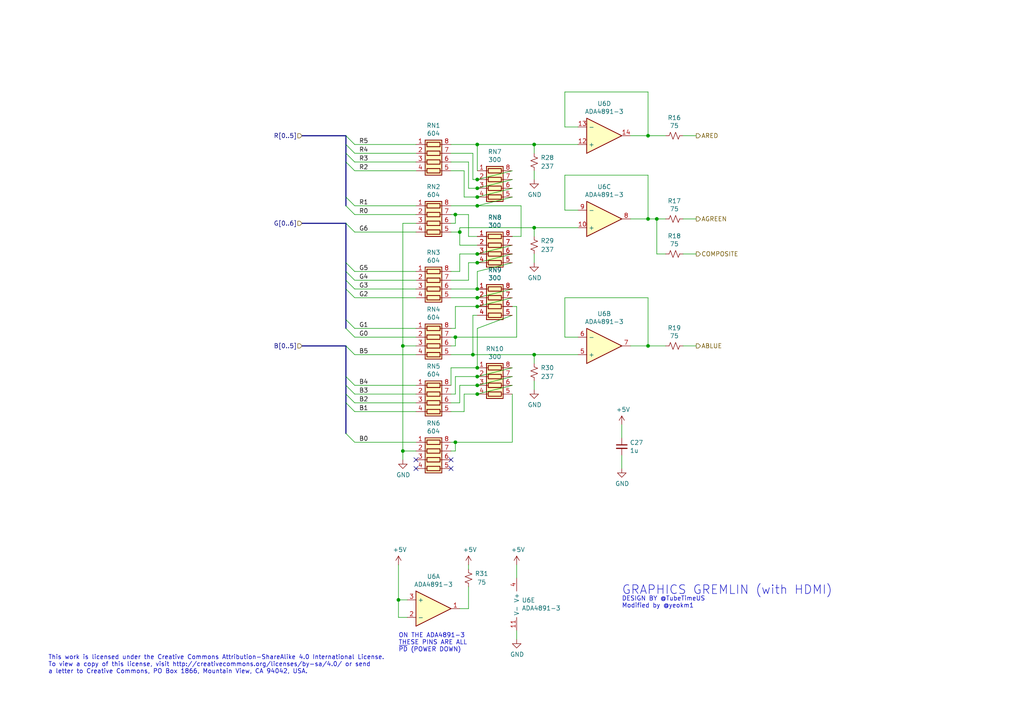
<source format=kicad_sch>
(kicad_sch (version 20230121) (generator eeschema)
  (paper "A4")
  (title_block (title "Resistor Ladder DAC and Output Buffer") (date "2024-01-04") (rev "2.4"))
  (lib_symbols
    (symbol "Device:C_Small" (pin_numbers hide) (pin_names (offset 0.254) hide)
      (property "Reference" "C" (at 0.254 1.778 0))
      (property "Value" "C_Small" (at 0.254 -2.032 0))
      (symbol "C_Small_0_1"
        (polyline (pts (xy -1.524 -0.508) (xy 1.524 -0.508)) (stroke (width 0.3302)))
        (polyline (pts (xy -1.524 0.508) (xy 1.524 0.508)) (stroke (width 0.3048)))
      )
      (symbol "C_Small_1_1"
        (pin passive line (at 0 2.54 270) (length 2.032) (name "~") (number "1"))
        (pin passive line (at 0 -2.54 90) (length 2.032) (name "~") (number "2"))
      )
    )
    (symbol "Device:R_Pack04" (pin_names (offset 0) hide)
      (property "Reference" "RN" (at -7.62 0 90))
      (property "Value" "R_Pack04" (at 5.08 0 90))
      (symbol "R_Pack04_0_1"
        (rectangle (start -6.35 -2.413) (end 3.81 2.413) (stroke (width 0.254)) (fill (type background)))
        (rectangle (start -5.715 1.905) (end -4.445 -1.905) (stroke (width 0.254)))
        (rectangle (start -3.175 1.905) (end -1.905 -1.905) (stroke (width 0.254)))
        (rectangle (start -0.635 1.905) (end 0.635 -1.905) (stroke (width 0.254)))
        (polyline (pts (xy -5.08 -2.54) (xy -5.08 -1.905)))
        (polyline (pts (xy -5.08 1.905) (xy -5.08 2.54)))
        (polyline (pts (xy -2.54 -2.54) (xy -2.54 -1.905)))
        (polyline (pts (xy -2.54 1.905) (xy -2.54 2.54)))
        (polyline (pts (xy 0 -2.54) (xy 0 -1.905)))
        (polyline (pts (xy 0 1.905) (xy 0 2.54)))
        (polyline (pts (xy 2.54 -2.54) (xy 2.54 -1.905)))
        (polyline (pts (xy 2.54 1.905) (xy 2.54 2.54)))
        (rectangle (start 1.905 1.905) (end 3.175 -1.905) (stroke (width 0.254)))
      )
      (symbol "R_Pack04_1_1"
        (pin passive line (at -5.08 -5.08 90) (length 2.54) (name "R1.1") (number "1"))
        (pin passive line (at -2.54 -5.08 90) (length 2.54) (name "R2.1") (number "2"))
        (pin passive line (at 0 -5.08 90) (length 2.54) (name "R3.1") (number "3"))
        (pin passive line (at 2.54 -5.08 90) (length 2.54) (name "R4.1") (number "4"))
        (pin passive line (at 2.54 5.08 270) (length 2.54) (name "R4.2") (number "5"))
        (pin passive line (at 0 5.08 270) (length 2.54) (name "R3.2") (number "6"))
        (pin passive line (at -2.54 5.08 270) (length 2.54) (name "R2.2") (number "7"))
        (pin passive line (at -5.08 5.08 270) (length 2.54) (name "R1.2") (number "8"))
      )
    )
    (symbol "Device:R_Small_US" (pin_numbers hide) (pin_names (offset 0.254) hide)
      (property "Reference" "R" (at 0.762 0.508 0))
      (property "Value" "R_Small_US" (at 0.762 -1.016 0))
      (symbol "R_Small_US_1_1"
        (polyline (pts (xy 0 0) (xy 1.016 -0.381) (xy 0 -0.762) (xy -1.016 -1.143) (xy 0 -1.524)))
        (polyline (pts (xy 0 1.524) (xy 1.016 1.143) (xy 0 0.762) (xy -1.016 0.381) (xy 0 0)))
        (pin passive line (at 0 2.54 270) (length 1.016) (name "~") (number "1"))
        (pin passive line (at 0 -2.54 90) (length 1.016) (name "~") (number "2"))
      )
    )
    (symbol "isavideo-rescue:Opamp_Quad_Generic-Device"
      (property "Reference" "U" (at 0 5.08 0))
      (property "Value" "Device_Opamp_Quad_Generic" (at 0 -5.08 0))
      (symbol "Opamp_Quad_Generic-Device_1_1"
        (polyline (pts (xy -5.08 5.08) (xy 5.08 0) (xy -5.08 -5.08) (xy -5.08 5.08)) (stroke (width 0.254)) (fill (type background)))
        (pin output line (at 7.62 0 180) (length 2.54) (name "~") (number "1"))
        (pin input line (at -7.62 -2.54 0) (length 2.54) (name "-") (number "2"))
        (pin input line (at -7.62 2.54 0) (length 2.54) (name "+") (number "3"))
      )
      (symbol "Opamp_Quad_Generic-Device_2_1"
        (polyline (pts (xy -5.08 5.08) (xy 5.08 0) (xy -5.08 -5.08) (xy -5.08 5.08)) (stroke (width 0.254)) (fill (type background)))
        (pin input line (at -7.62 2.54 0) (length 2.54) (name "+") (number "5"))
        (pin input line (at -7.62 -2.54 0) (length 2.54) (name "-") (number "6"))
        (pin output line (at 7.62 0 180) (length 2.54) (name "~") (number "7"))
      )
      (symbol "Opamp_Quad_Generic-Device_3_1"
        (polyline (pts (xy -5.08 5.08) (xy 5.08 0) (xy -5.08 -5.08) (xy -5.08 5.08)) (stroke (width 0.254)) (fill (type background)))
        (pin input line (at -7.62 2.54 0) (length 2.54) (name "+") (number "10"))
        (pin output line (at 7.62 0 180) (length 2.54) (name "~") (number "8"))
        (pin input line (at -7.62 -2.54 0) (length 2.54) (name "-") (number "9"))
      )
      (symbol "Opamp_Quad_Generic-Device_4_1"
        (polyline (pts (xy -5.08 5.08) (xy 5.08 0) (xy -5.08 -5.08) (xy -5.08 5.08)) (stroke (width 0.254)) (fill (type background)))
        (pin input line (at -7.62 2.54 0) (length 2.54) (name "+") (number "12"))
        (pin input line (at -7.62 -2.54 0) (length 2.54) (name "-") (number "13"))
        (pin output line (at 7.62 0 180) (length 2.54) (name "~") (number "14"))
      )
      (symbol "Opamp_Quad_Generic-Device_5_1"
        (pin power_in line (at -2.54 -7.62 90) (length 3.81) (name "V-") (number "11"))
        (pin power_in line (at -2.54 7.62 270) (length 3.81) (name "V+") (number "4"))
      )
    )
    (symbol "power:+5V" (power) (pin_names (offset 0))
      (property "Value" "+5V" (at 0 3.556 0))
      (symbol "+5V_0_1"
        (polyline (pts (xy -0.762 1.27) (xy 0 2.54)))
        (polyline (pts (xy 0 0) (xy 0 2.54)))
        (polyline (pts (xy 0 2.54) (xy 0.762 1.27)))
      )
      (symbol "+5V_1_1"
        (pin power_in line (at 0 0 90) (length 0) hide (name "+5V") (number "1"))
      )
    )
    (symbol "power:GND" (power) (pin_names (offset 0))
      (property "Value" "GND" (at 0 -3.81 0))
      (symbol "GND_0_1"
        (polyline (pts (xy 0 0) (xy 0 -1.27) (xy 1.27 -1.27) (xy 0 -2.54) (xy -1.27 -1.27) (xy 0 -1.27)))
      )
      (symbol "GND_1_1"
        (pin power_in line (at 0 0 270) (length 0) hide (name "GND") (number "1"))
      )
    )
  )
  (junction (at 116.84 130.81))
  (junction (at 187.96 63.5))
  (junction (at 138.43 114.3))
  (junction (at 138.43 86.36))
  (junction (at 138.43 109.22))
  (junction (at 138.43 73.66))
  (junction (at 138.43 76.2))
  (junction (at 138.43 111.76))
  (junction (at 190.5 63.5))
  (junction (at 137.16 102.87))
  (junction (at 138.43 59.69))
  (junction (at 187.96 39.37))
  (junction (at 154.94 41.91))
  (junction (at 132.08 97.79))
  (junction (at 154.94 66.04))
  (junction (at 138.43 52.07))
  (junction (at 138.43 88.9))
  (junction (at 154.94 102.87))
  (junction (at 187.96 100.33))
  (junction (at 138.43 106.68))
  (junction (at 133.35 67.31))
  (junction (at 138.43 57.15))
  (junction (at 132.08 62.23))
  (junction (at 132.08 128.27))
  (junction (at 138.43 54.61))
  (junction (at 116.84 100.33))
  (junction (at 138.43 83.82))
  (junction (at 138.43 41.91))
  (junction (at 115.57 173.99))
  (no_connect (at 130.81 135.89))
  (no_connect (at 130.81 133.35))
  (no_connect (at 120.65 135.89))
  (no_connect (at 120.65 133.35))
  (bus_entry (at 100.33 59.69) (size 2.54 2.54))
  (bus_entry (at 100.33 44.45) (size 2.54 2.54))
  (bus_entry (at 100.33 41.91) (size 2.54 2.54))
  (bus_entry (at 100.33 125.73) (size 2.54 2.54))
  (bus_entry (at 100.33 64.77) (size 2.54 2.54))
  (bus_entry (at 100.33 81.28) (size 2.54 2.54))
  (bus_entry (at 100.33 76.2) (size 2.54 2.54))
  (bus_entry (at 100.33 116.84) (size 2.54 2.54))
  (bus_entry (at 100.33 83.82) (size 2.54 2.54))
  (bus_entry (at 100.33 78.74) (size 2.54 2.54))
  (bus_entry (at 100.33 57.15) (size 2.54 2.54))
  (bus_entry (at 100.33 39.37) (size 2.54 2.54))
  (bus_entry (at 100.33 100.33) (size 2.54 2.54))
  (bus_entry (at 100.33 114.3) (size 2.54 2.54))
  (bus_entry (at 100.33 111.76) (size 2.54 2.54))
  (bus_entry (at 100.33 46.99) (size 2.54 2.54))
  (bus_entry (at 100.33 109.22) (size 2.54 2.54))
  (bus_entry (at 100.33 95.25) (size 2.54 2.54))
  (bus_entry (at 100.33 92.71) (size 2.54 2.54))
  (wire (pts (xy 120.65 64.77) (xy 116.84 64.77)))
  (wire (pts (xy 138.43 78.74) (xy 138.43 83.82)))
  (bus (pts (xy 100.33 116.84) (xy 100.33 125.73)))
  (wire (pts (xy 137.16 102.87) (xy 154.94 102.87)))
  (bus (pts (xy 100.33 39.37) (xy 87.63 39.37)))
  (wire (pts (xy 120.65 128.27) (xy 102.87 128.27)))
  (wire (pts (xy 130.81 62.23) (xy 132.08 62.23)))
  (bus (pts (xy 100.33 114.3) (xy 100.33 116.84)))
  (wire (pts (xy 187.96 50.8) (xy 187.96 63.5)))
  (wire (pts (xy 149.86 182.88) (xy 149.86 185.42)))
  (bus (pts (xy 100.33 76.2) (xy 100.33 78.74)))
  (wire (pts (xy 187.96 100.33) (xy 182.88 100.33)))
  (wire (pts (xy 163.83 97.79) (xy 163.83 86.36)))
  (wire (pts (xy 135.89 76.2) (xy 135.89 81.28)))
  (wire (pts (xy 120.65 97.79) (xy 102.87 97.79)))
  (bus (pts (xy 100.33 81.28) (xy 100.33 83.82)))
  (wire (pts (xy 148.59 109.22) (xy 138.43 111.76)))
  (wire (pts (xy 138.43 52.07) (xy 148.59 49.53)))
  (wire (pts (xy 154.94 66.04) (xy 167.64 66.04)))
  (wire (pts (xy 138.43 114.3) (xy 134.62 114.3)))
  (wire (pts (xy 148.59 83.82) (xy 138.43 86.36)))
  (wire (pts (xy 134.62 114.3) (xy 134.62 119.38)))
  (wire (pts (xy 138.43 106.68) (xy 130.81 106.68)))
  (wire (pts (xy 130.81 59.69) (xy 138.43 59.69)))
  (wire (pts (xy 138.43 59.69) (xy 151.13 59.69)))
  (wire (pts (xy 137.16 52.07) (xy 137.16 44.45)))
  (bus (pts (xy 100.33 83.82) (xy 100.33 92.71)))
  (wire (pts (xy 190.5 73.66) (xy 193.04 73.66)))
  (wire (pts (xy 148.59 106.68) (xy 138.43 109.22)))
  (wire (pts (xy 120.65 83.82) (xy 102.87 83.82)))
  (wire (pts (xy 167.64 97.79) (xy 163.83 97.79)))
  (wire (pts (xy 154.94 44.45) (xy 154.94 41.91)))
  (wire (pts (xy 132.08 97.79) (xy 149.86 97.79)))
  (bus (pts (xy 100.33 57.15) (xy 100.33 59.69)))
  (wire (pts (xy 148.59 128.27) (xy 132.08 128.27)))
  (wire (pts (xy 151.13 68.58) (xy 148.59 68.58)))
  (wire (pts (xy 149.86 88.9) (xy 148.59 88.9)))
  (wire (pts (xy 148.59 54.61) (xy 138.43 57.15)))
  (wire (pts (xy 132.08 114.3) (xy 132.08 109.22)))
  (wire (pts (xy 135.89 62.23) (xy 135.89 68.58)))
  (wire (pts (xy 118.11 173.99) (xy 115.57 173.99)))
  (wire (pts (xy 154.94 52.07) (xy 154.94 49.53)))
  (wire (pts (xy 130.81 102.87) (xy 137.16 102.87)))
  (wire (pts (xy 187.96 86.36) (xy 187.96 100.33)))
  (wire (pts (xy 120.65 95.25) (xy 102.87 95.25)))
  (bus (pts (xy 100.33 39.37) (xy 100.33 41.91)))
  (wire (pts (xy 180.34 123.19) (xy 180.34 127)))
  (wire (pts (xy 132.08 64.77) (xy 132.08 62.23)))
  (wire (pts (xy 133.35 78.74) (xy 133.35 73.66)))
  (wire (pts (xy 135.89 68.58) (xy 138.43 68.58)))
  (wire (pts (xy 120.65 41.91) (xy 102.87 41.91)))
  (wire (pts (xy 116.84 130.81) (xy 116.84 133.35)))
  (wire (pts (xy 130.81 41.91) (xy 138.43 41.91)))
  (wire (pts (xy 187.96 39.37) (xy 182.88 39.37)))
  (wire (pts (xy 148.59 76.2) (xy 138.43 78.74)))
  (wire (pts (xy 163.83 50.8) (xy 187.96 50.8)))
  (wire (pts (xy 134.62 49.53) (xy 130.81 49.53)))
  (wire (pts (xy 133.35 66.04) (xy 154.94 66.04)))
  (bus (pts (xy 100.33 64.77) (xy 100.33 76.2)))
  (wire (pts (xy 148.59 57.15) (xy 138.43 59.69)))
  (wire (pts (xy 120.65 116.84) (xy 102.87 116.84)))
  (wire (pts (xy 149.86 97.79) (xy 149.86 88.9)))
  (wire (pts (xy 163.83 86.36) (xy 187.96 86.36)))
  (wire (pts (xy 135.89 170.18) (xy 135.89 176.53)))
  (wire (pts (xy 148.59 71.12) (xy 138.43 73.66)))
  (wire (pts (xy 133.35 116.84) (xy 130.81 116.84)))
  (wire (pts (xy 132.08 128.27) (xy 132.08 130.81)))
  (wire (pts (xy 138.43 111.76) (xy 133.35 111.76)))
  (wire (pts (xy 154.94 76.2) (xy 154.94 73.66)))
  (wire (pts (xy 135.89 54.61) (xy 138.43 54.61)))
  (wire (pts (xy 193.04 63.5) (xy 190.5 63.5)))
  (wire (pts (xy 151.13 59.69) (xy 151.13 68.58)))
  (wire (pts (xy 130.81 64.77) (xy 132.08 64.77)))
  (wire (pts (xy 198.12 73.66) (xy 201.93 73.66)))
  (wire (pts (xy 167.64 60.96) (xy 163.83 60.96)))
  (wire (pts (xy 102.87 114.3) (xy 120.65 114.3)))
  (wire (pts (xy 167.64 36.83) (xy 163.83 36.83)))
  (wire (pts (xy 135.89 81.28) (xy 130.81 81.28)))
  (wire (pts (xy 130.81 106.68) (xy 130.81 111.76)))
  (wire (pts (xy 132.08 109.22) (xy 138.43 109.22)))
  (wire (pts (xy 163.83 60.96) (xy 163.83 50.8)))
  (wire (pts (xy 154.94 105.41) (xy 154.94 102.87)))
  (wire (pts (xy 138.43 52.07) (xy 137.16 52.07)))
  (wire (pts (xy 130.81 86.36) (xy 138.43 86.36)))
  (wire (pts (xy 133.35 67.31) (xy 133.35 66.04)))
  (wire (pts (xy 134.62 57.15) (xy 134.62 49.53)))
  (bus (pts (xy 100.33 111.76) (xy 100.33 114.3)))
  (wire (pts (xy 201.93 100.33) (xy 198.12 100.33)))
  (wire (pts (xy 154.94 102.87) (xy 167.64 102.87)))
  (wire (pts (xy 134.62 57.15) (xy 138.43 57.15)))
  (wire (pts (xy 135.89 165.1) (xy 135.89 163.83)))
  (wire (pts (xy 148.59 86.36) (xy 138.43 88.9)))
  (wire (pts (xy 120.65 102.87) (xy 102.87 102.87)))
  (wire (pts (xy 130.81 83.82) (xy 138.43 83.82)))
  (wire (pts (xy 102.87 49.53) (xy 120.65 49.53)))
  (wire (pts (xy 102.87 86.36) (xy 120.65 86.36)))
  (bus (pts (xy 100.33 64.77) (xy 87.63 64.77)))
  (wire (pts (xy 120.65 78.74) (xy 102.87 78.74)))
  (wire (pts (xy 135.89 46.99) (xy 130.81 46.99)))
  (wire (pts (xy 135.89 176.53) (xy 133.35 176.53)))
  (wire (pts (xy 149.86 163.83) (xy 149.86 167.64)))
  (wire (pts (xy 138.43 41.91) (xy 154.94 41.91)))
  (wire (pts (xy 133.35 73.66) (xy 138.43 73.66)))
  (wire (pts (xy 115.57 173.99) (xy 115.57 163.83)))
  (wire (pts (xy 130.81 78.74) (xy 133.35 78.74)))
  (wire (pts (xy 130.81 67.31) (xy 133.35 67.31)))
  (wire (pts (xy 133.35 111.76) (xy 133.35 116.84)))
  (wire (pts (xy 132.08 62.23) (xy 135.89 62.23)))
  (wire (pts (xy 116.84 64.77) (xy 116.84 100.33)))
  (wire (pts (xy 187.96 63.5) (xy 182.88 63.5)))
  (bus (pts (xy 100.33 44.45) (xy 100.33 46.99)))
  (wire (pts (xy 138.43 76.2) (xy 135.89 76.2)))
  (wire (pts (xy 133.35 71.12) (xy 138.43 71.12)))
  (wire (pts (xy 120.65 100.33) (xy 116.84 100.33)))
  (wire (pts (xy 187.96 26.67) (xy 187.96 39.37)))
  (bus (pts (xy 100.33 100.33) (xy 100.33 109.22)))
  (bus (pts (xy 100.33 46.99) (xy 100.33 57.15)))
  (wire (pts (xy 137.16 102.87) (xy 137.16 91.44)))
  (wire (pts (xy 132.08 130.81) (xy 130.81 130.81)))
  (wire (pts (xy 134.62 119.38) (xy 130.81 119.38)))
  (wire (pts (xy 148.59 111.76) (xy 138.43 114.3)))
  (wire (pts (xy 201.93 39.37) (xy 198.12 39.37)))
  (wire (pts (xy 120.65 59.69) (xy 102.87 59.69)))
  (bus (pts (xy 100.33 92.71) (xy 100.33 95.25)))
  (wire (pts (xy 198.12 63.5) (xy 201.93 63.5)))
  (wire (pts (xy 138.43 54.61) (xy 148.59 52.07)))
  (wire (pts (xy 148.59 91.44) (xy 138.43 95.25)))
  (wire (pts (xy 138.43 88.9) (xy 132.08 88.9)))
  (wire (pts (xy 120.65 46.99) (xy 102.87 46.99)))
  (wire (pts (xy 102.87 44.45) (xy 120.65 44.45)))
  (wire (pts (xy 135.89 46.99) (xy 135.89 54.61)))
  (wire (pts (xy 130.81 44.45) (xy 137.16 44.45)))
  (wire (pts (xy 120.65 111.76) (xy 102.87 111.76)))
  (wire (pts (xy 132.08 128.27) (xy 130.81 128.27)))
  (wire (pts (xy 132.08 97.79) (xy 132.08 100.33)))
  (wire (pts (xy 130.81 95.25) (xy 132.08 95.25)))
  (bus (pts (xy 100.33 41.91) (xy 100.33 44.45)))
  (wire (pts (xy 148.59 73.66) (xy 138.43 76.2)))
  (wire (pts (xy 193.04 39.37) (xy 187.96 39.37)))
  (wire (pts (xy 118.11 179.07) (xy 115.57 179.07)))
  (bus (pts (xy 100.33 100.33) (xy 87.63 100.33)))
  (wire (pts (xy 102.87 81.28) (xy 120.65 81.28)))
  (wire (pts (xy 138.43 41.91) (xy 138.43 49.53)))
  (bus (pts (xy 100.33 109.22) (xy 100.33 111.76)))
  (wire (pts (xy 148.59 114.3) (xy 148.59 128.27)))
  (wire (pts (xy 137.16 91.44) (xy 138.43 91.44)))
  (wire (pts (xy 133.35 67.31) (xy 133.35 71.12)))
  (bus (pts (xy 100.33 78.74) (xy 100.33 81.28)))
  (wire (pts (xy 154.94 113.03) (xy 154.94 110.49)))
  (wire (pts (xy 193.04 100.33) (xy 187.96 100.33)))
  (wire (pts (xy 132.08 88.9) (xy 132.08 95.25)))
  (wire (pts (xy 115.57 173.99) (xy 115.57 179.07)))
  (wire (pts (xy 154.94 41.91) (xy 167.64 41.91)))
  (wire (pts (xy 154.94 68.58) (xy 154.94 66.04)))
  (wire (pts (xy 102.87 119.38) (xy 120.65 119.38)))
  (wire (pts (xy 130.81 97.79) (xy 132.08 97.79)))
  (wire (pts (xy 132.08 100.33) (xy 130.81 100.33)))
  (wire (pts (xy 120.65 67.31) (xy 102.87 67.31)))
  (wire (pts (xy 163.83 36.83) (xy 163.83 26.67)))
  (wire (pts (xy 190.5 63.5) (xy 190.5 73.66)))
  (wire (pts (xy 180.34 132.08) (xy 180.34 135.89)))
  (wire (pts (xy 138.43 95.25) (xy 138.43 106.68)))
  (wire (pts (xy 130.81 114.3) (xy 132.08 114.3)))
  (wire (pts (xy 116.84 100.33) (xy 116.84 130.81)))
  (wire (pts (xy 120.65 130.81) (xy 116.84 130.81)))
  (wire (pts (xy 102.87 62.23) (xy 120.65 62.23)))
  (wire (pts (xy 163.83 26.67) (xy 187.96 26.67)))
  (wire (pts (xy 190.5 63.5) (xy 187.96 63.5)))
  (text "GRAPHICS GREMLIN (with HDMI)" (at 180.34 172.72 0) (effects (font (size 2.54 2.54)) (justify left bottom)))
  (text "DESIGN BY @TubeTimeUS\nModified by @yeokm1" (at 180.34 176.53 0) (effects (font (size 1.27 1.27)) (justify left bottom)))
  (text "ON THE ADA4891-3\nTHESE PINS ARE ALL\n~{PD} (POWER DOWN)" (at 115.57 189.23 0) (effects (font (size 1.27 1.27)) (justify left bottom)))
  (text "This work is licensed under the Creative Commons Attribution-ShareAlike 4.0 International License. \nTo view a copy of this license, visit http://creativecommons.org/licenses/by-sa/4.0/ or send\na letter to Creative Commons, PO Box 1866, Mountain View, CA 94042, USA." (at 13.97 195.58 0) (effects (font (size 1.27 1.27)) (justify left bottom)))
  (label "G4" (at 104.14 81.28 0))
  (label "G5" (at 104.14 78.74 0))
  (label "R3" (at 104.14 46.99 0))
  (label "R1" (at 104.14 59.69 0))
  (label "R4" (at 104.14 44.45 0))
  (label "B2" (at 104.14 116.84 0))
  (label "B0" (at 104.14 128.27 0))
  (label "G0" (at 104.14 97.79 0))
  (label "G6" (at 104.14 67.31 0))
  (label "B1" (at 104.14 119.38 0))
  (label "G1" (at 104.14 95.25 0))
  (label "B3" (at 104.14 114.3 0))
  (label "B5" (at 104.14 102.87 0))
  (label "G3" (at 104.14 83.82 0))
  (label "R2" (at 104.14 49.53 0))
  (label "B4" (at 104.14 111.76 0))
  (label "G2" (at 104.14 86.36 0))
  (label "R5" (at 104.14 41.91 0))
  (label "R0" (at 104.14 62.23 0))
  (hierarchical_label "ARED" (shape output) (at 201.93 39.37 0))
  (hierarchical_label "ABLUE" (shape output) (at 201.93 100.33 0))
  (hierarchical_label "COMPOSITE" (shape output) (at 201.93 73.66 0))
  (hierarchical_label "R[0..5]" (shape input) (at 87.63 39.37 180))
  (hierarchical_label "G[0..6]" (shape input) (at 87.63 64.77 180))
  (hierarchical_label "AGREEN" (shape output) (at 201.93 63.5 0))
  (hierarchical_label "B[0..5]" (shape input) (at 87.63 100.33 180))
  (symbol (lib_id "isavideo-rescue:Opamp_Quad_Generic-Device") (at 125.73 176.53 0) (unit 1)
    (property "Reference" "U6" (at 125.73 167.2082 0))
    (property "Value" "ADA4891-3" (at 125.73 169.5196 0))
    (property "Footprint" "Active:SOP127P620X175-14" (effects hide))
    (property "Mouser" "584-ADA4891-3ARZ" (effects hide))
  )
  (symbol (lib_id "isavideo-rescue:Opamp_Quad_Generic-Device") (at 175.26 100.33 0) (mirror x) (unit 2)
    (property "Reference" "U6" (at 175.26 91.0082 0))
    (property "Value" "ADA4891-3" (at 175.26 93.3196 0))
    (property "Footprint" "Active:SOP127P620X175-14" (effects hide))
    (property "Mouser" "584-ADA4891-3ARZ" (effects hide))
  )
  (symbol (lib_id "isavideo-rescue:Opamp_Quad_Generic-Device") (at 175.26 63.5 0) (mirror x) (unit 3)
    (property "Reference" "U6" (at 175.26 54.1782 0))
    (property "Value" "ADA4891-3" (at 175.26 56.4896 0))
    (property "Footprint" "Active:SOP127P620X175-14" (effects hide))
    (property "Mouser" "584-ADA4891-3ARZ" (effects hide))
  )
  (symbol (lib_id "isavideo-rescue:Opamp_Quad_Generic-Device") (at 175.26 39.37 0) (mirror x) (unit 4)
    (property "Reference" "U6" (at 175.26 30.0482 0))
    (property "Value" "ADA4891-3" (at 175.26 32.3596 0))
    (property "Footprint" "Active:SOP127P620X175-14" (effects hide))
    (property "Mouser" "584-ADA4891-3ARZ" (effects hide))
  )
  (symbol (lib_id "isavideo-rescue:Opamp_Quad_Generic-Device") (at 152.4 175.26 0) (unit 5)
    (property "Reference" "U6" (at 151.3332 174.0916 0) (effects (justify left)))
    (property "Value" "ADA4891-3" (at 151.3332 176.403 0) (effects (justify left)))
    (property "Footprint" "Active:SOP127P620X175-14" (effects hide))
    (property "Mouser" "584-ADA4891-3ARZ" (effects hide))
  )
  (symbol (lib_id "Device:R_Pack04") (at 125.73 46.99 270) (unit 1)
    (property "Reference" "RN1" (at 125.73 36.3982 90))
    (property "Value" "604" (at 125.73 38.7096 90))
    (property "Footprint" "Passive:RESCAV80P320X160X70-8" (effects hide))
    (property "Mouser" "652-CAY16-6040F4LF" (effects hide))
  )
  (symbol (lib_id "power:GND") (at 149.86 185.42 0) (unit 1)
    (property "Reference" "#PWR041" (effects hide))
    (property "Value" "GND" (at 149.987 189.8142 0))
  )
  (symbol (lib_id "power:+5V") (at 149.86 163.83 0) (unit 1)
    (property "Reference" "#PWR040" (effects hide))
    (property "Value" "+5V" (at 150.241 159.4358 0))
  )
  (symbol (lib_id "Device:R_Pack04") (at 125.73 64.77 270) (unit 1)
    (property "Reference" "RN2" (at 125.73 54.1782 90))
    (property "Value" "604" (at 125.73 56.4896 90))
    (property "Footprint" "Passive:RESCAV80P320X160X70-8" (effects hide))
    (property "Mouser" "652-CAY16-6040F4LF" (effects hide))
  )
  (symbol (lib_id "Device:R_Pack04") (at 143.51 54.61 270) (unit 1)
    (property "Reference" "RN7" (at 143.51 44.0182 90))
    (property "Value" "300" (at 143.51 46.3296 90))
    (property "Footprint" "Passive:RESCAV80P320X160X70-8" (effects hide))
    (property "Mouser" "652-CAY16-3000F4LF" (effects hide))
  )
  (symbol (lib_id "Device:R_Pack04") (at 143.51 73.66 270) (unit 1)
    (property "Reference" "RN8" (at 143.51 63.0682 90))
    (property "Value" "300" (at 143.51 65.3796 90))
    (property "Footprint" "Passive:RESCAV80P320X160X70-8" (effects hide))
    (property "Mouser" "652-CAY16-3000F4LF" (effects hide))
  )
  (symbol (lib_id "power:GND") (at 116.84 133.35 0) (unit 1)
    (property "Reference" "#PWR038" (effects hide))
    (property "Value" "GND" (at 116.967 137.7442 0))
  )
  (symbol (lib_id "Device:R_Pack04") (at 143.51 88.9 270) (unit 1)
    (property "Reference" "RN9" (at 143.51 78.3082 90))
    (property "Value" "300" (at 143.51 80.6196 90))
    (property "Footprint" "Passive:RESCAV80P320X160X70-8" (effects hide))
    (property "Mouser" "652-CAY16-3000F4LF" (effects hide))
  )
  (symbol (lib_id "Device:R_Pack04") (at 125.73 83.82 270) (unit 1)
    (property "Reference" "RN3" (at 125.73 73.2282 90))
    (property "Value" "604" (at 125.73 75.5396 90))
    (property "Footprint" "Passive:RESCAV80P320X160X70-8" (effects hide))
    (property "Mouser" "652-CAY16-6040F4LF" (effects hide))
  )
  (symbol (lib_id "Device:R_Pack04") (at 125.73 100.33 270) (unit 1)
    (property "Reference" "RN4" (at 125.73 89.7382 90))
    (property "Value" "604" (at 125.73 92.0496 90))
    (property "Footprint" "Passive:RESCAV80P320X160X70-8" (effects hide))
    (property "Mouser" "652-CAY16-6040F4LF" (effects hide))
  )
  (symbol (lib_id "Device:R_Pack04") (at 143.51 111.76 270) (unit 1)
    (property "Reference" "RN10" (at 143.51 101.1682 90))
    (property "Value" "300" (at 143.51 103.4796 90))
    (property "Footprint" "Passive:RESCAV80P320X160X70-8" (effects hide))
    (property "Mouser" "652-CAY16-3000F4LF" (effects hide))
  )
  (symbol (lib_id "Device:R_Pack04") (at 125.73 116.84 270) (unit 1)
    (property "Reference" "RN5" (at 125.73 106.2482 90))
    (property "Value" "604" (at 125.73 108.5596 90))
    (property "Footprint" "Passive:RESCAV80P320X160X70-8" (effects hide))
    (property "Mouser" "652-CAY16-6040F4LF" (effects hide))
  )
  (symbol (lib_id "Device:R_Pack04") (at 125.73 133.35 270) (unit 1)
    (property "Reference" "RN6" (at 125.73 122.7582 90))
    (property "Value" "604" (at 125.73 125.0696 90))
    (property "Footprint" "Passive:RESCAV80P320X160X70-8" (effects hide))
    (property "Mouser" "652-CAY16-6040F4LF" (effects hide))
  )
  (symbol (lib_id "Device:R_Small_US") (at 195.58 39.37 270) (unit 1)
    (property "Reference" "R16" (at 195.58 34.163 90))
    (property "Value" "75" (at 195.58 36.4744 90))
    (property "Footprint" "Passive:RESC1608X55" (effects hide))
    (property "Mouser" "603-RC0603FR-0775RL" (effects hide))
  )
  (symbol (lib_id "Device:R_Small_US") (at 195.58 63.5 270) (unit 1)
    (property "Reference" "R17" (at 195.58 58.293 90))
    (property "Value" "75" (at 195.58 60.6044 90))
    (property "Footprint" "Passive:RESC1608X55" (effects hide))
    (property "Mouser" "603-RC0603FR-0775RL" (effects hide))
  )
  (symbol (lib_id "Device:R_Small_US") (at 195.58 100.33 270) (unit 1)
    (property "Reference" "R19" (at 195.58 95.123 90))
    (property "Value" "75" (at 195.58 97.4344 90))
    (property "Footprint" "Passive:RESC1608X55" (effects hide))
    (property "Mouser" "603-RC0603FR-0775RL" (effects hide))
  )
  (symbol (lib_id "Device:R_Small_US") (at 195.58 73.66 270) (unit 1)
    (property "Reference" "R18" (at 195.58 68.453 90))
    (property "Value" "75" (at 195.58 70.7644 90))
    (property "Footprint" "Passive:RESC1608X55" (effects hide))
    (property "Mouser" "603-RC0603FR-0775RL" (effects hide))
  )
  (symbol (lib_id "Device:R_Small_US") (at 154.94 46.99 180) (unit 1)
    (property "Reference" "R28" (at 158.75 45.72 0))
    (property "Value" "237" (at 158.75 48.26 0))
    (property "Footprint" "Passive:RESC1608X55" (effects hide))
    (property "Mouser" "603-RC0603FR-07237RL" (effects hide))
  )
  (symbol (lib_id "power:GND") (at 154.94 52.07 0) (unit 1)
    (property "Reference" "#PWR080" (effects hide))
    (property "Value" "GND" (at 155.067 56.4642 0))
  )
  (symbol (lib_id "Device:R_Small_US") (at 154.94 71.12 180) (unit 1)
    (property "Reference" "R29" (at 158.75 69.85 0))
    (property "Value" "237" (at 158.75 72.39 0))
    (property "Footprint" "Passive:RESC1608X55" (effects hide))
    (property "Mouser" "603-RC0603FR-07237RL" (effects hide))
  )
  (symbol (lib_id "power:GND") (at 154.94 76.2 0) (unit 1)
    (property "Reference" "#PWR081" (effects hide))
    (property "Value" "GND" (at 155.067 80.5942 0))
  )
  (symbol (lib_id "Device:R_Small_US") (at 154.94 107.95 180) (unit 1)
    (property "Reference" "R30" (at 158.75 106.68 0))
    (property "Value" "237" (at 158.75 109.22 0))
    (property "Footprint" "Passive:RESC1608X55" (effects hide))
    (property "Mouser" "603-RC0603FR-07237RL" (effects hide))
  )
  (symbol (lib_id "power:GND") (at 154.94 113.03 0) (unit 1)
    (property "Reference" "#PWR082" (effects hide))
    (property "Value" "GND" (at 155.067 117.4242 0))
  )
  (symbol (lib_id "Device:C_Small") (at 180.34 129.54 0) (unit 1)
    (property "Reference" "C27" (at 182.6768 128.3716 0) (effects (justify left)))
    (property "Value" "1u" (at 182.6768 130.683 0) (effects (justify left)))
    (property "Footprint" "Capacitor_SMD:C_0603_1608Metric" (effects hide))
    (property "Mouser" "810-CGA3E1X7R1C105AC" (effects hide))
  )
  (symbol (lib_id "power:GND") (at 180.34 135.89 0) (unit 1)
    (property "Reference" "#PWR073" (effects hide))
    (property "Value" "GND" (at 180.467 140.2842 0))
  )
  (symbol (lib_id "power:+5V") (at 180.34 123.19 0) (unit 1)
    (property "Reference" "#PWR072" (effects hide))
    (property "Value" "+5V" (at 180.721 118.7958 0))
  )
  (symbol (lib_id "power:+5V") (at 115.57 163.83 0) (unit 1)
    (property "Reference" "#PWR039" (effects hide))
    (property "Value" "+5V" (at 115.951 159.4358 0))
  )
  (symbol (lib_id "Device:R_Small_US") (at 135.89 167.64 180) (unit 1)
    (property "Reference" "R31" (at 139.7 166.37 0))
    (property "Value" "75" (at 139.7 168.91 0))
    (property "Footprint" "Passive:RESC1608X55" (effects hide))
    (property "Mouser" "603-RC0603FR-0775RL" (effects hide))
  )
  (symbol (lib_id "power:+5V") (at 135.89 163.83 0) (unit 1)
    (property "Reference" "#PWR089" (effects hide))
    (property "Value" "+5V" (at 136.271 159.4358 0))
  )
)
</source>
